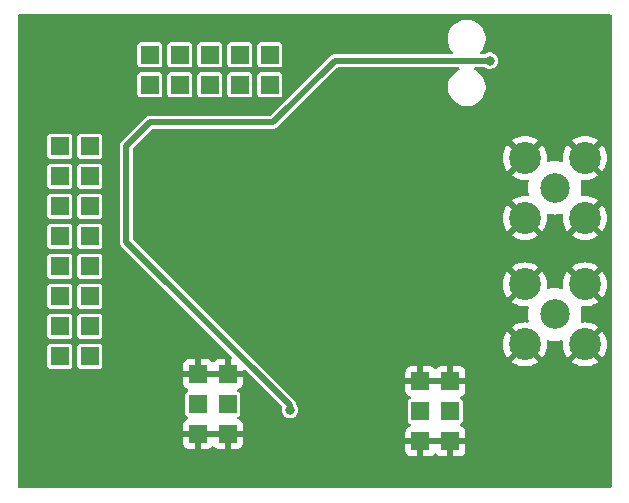
<source format=gbr>
%TF.GenerationSoftware,KiCad,Pcbnew,8.0.3+1*%
%TF.CreationDate,2024-07-23T21:20:40+00:00*%
%TF.ProjectId,ISM03,49534d30-332e-46b6-9963-61645f706362,rev?*%
%TF.SameCoordinates,Original*%
%TF.FileFunction,Copper,L1,Top*%
%TF.FilePolarity,Positive*%
%FSLAX46Y46*%
G04 Gerber Fmt 4.6, Leading zero omitted, Abs format (unit mm)*
G04 Created by KiCad (PCBNEW 8.0.3+1) date 2024-07-23 21:20:40*
%MOMM*%
%LPD*%
G01*
G04 APERTURE LIST*
%TA.AperFunction,ComponentPad*%
%ADD10R,1.524000X1.524000*%
%TD*%
%TA.AperFunction,ComponentPad*%
%ADD11C,6.000000*%
%TD*%
%TA.AperFunction,ComponentPad*%
%ADD12C,2.500000*%
%TD*%
%TA.AperFunction,ComponentPad*%
%ADD13C,2.700000*%
%TD*%
%TA.AperFunction,HeatsinkPad*%
%ADD14C,0.500000*%
%TD*%
%TA.AperFunction,HeatsinkPad*%
%ADD15R,2.600000X2.600000*%
%TD*%
%TA.AperFunction,ViaPad*%
%ADD16C,0.800000*%
%TD*%
%TA.AperFunction,Conductor*%
%ADD17C,0.500000*%
%TD*%
G04 APERTURE END LIST*
D10*
%TO.P,J17,1*%
%TO.N,/TXRAMP*%
X11430000Y16510000D03*
%TO.P,J17,2*%
X8890000Y16510000D03*
%TD*%
%TO.P,J1,1,2*%
%TO.N,GND*%
X20574000Y14986000D03*
%TO.P,J1,2,2*%
X23114000Y14986000D03*
%TO.P,J1,3,4*%
%TO.N,VCC*%
X20574000Y12446000D03*
%TO.P,J1,4,4*%
X23114000Y12446000D03*
%TO.P,J1,5,6*%
%TO.N,GND*%
X20574000Y9906000D03*
%TO.P,J1,6,6*%
X23114000Y9906000D03*
%TD*%
%TO.P,J4,1,2*%
%TO.N,GND*%
X39420800Y14376400D03*
%TO.P,J4,2,2*%
X41960800Y14376400D03*
%TO.P,J4,3,4*%
%TO.N,+3.3V*%
X39420800Y11836400D03*
%TO.P,J4,4,4*%
X41960800Y11836400D03*
%TO.P,J4,5,6*%
%TO.N,GND*%
X39420800Y9296400D03*
%TO.P,J4,6,6*%
X41960800Y9296400D03*
%TD*%
%TO.P,J13,1*%
%TO.N,/SCLK*%
X11430000Y26670000D03*
%TO.P,J13,2*%
X8890000Y26670000D03*
%TD*%
%TO.P,J14,1*%
%TO.N,/SDI*%
X11430000Y31750000D03*
%TO.P,J14,2*%
X8890000Y31750000D03*
%TD*%
%TO.P,J19,1*%
%TO.N,/nIRQ*%
X11430000Y24130000D03*
%TO.P,J19,2*%
X8890000Y24130000D03*
%TD*%
%TO.P,J20,1*%
%TO.N,/GPIO0*%
X11430000Y19050000D03*
%TO.P,J20,2*%
X8890000Y19050000D03*
%TD*%
%TO.P,J21,1*%
%TO.N,/GPIO1*%
X11430000Y21590000D03*
%TO.P,J21,2*%
X8890000Y21590000D03*
%TD*%
D11*
%TO.P,M1,1*%
%TO.N,GND*%
X10160000Y40640000D03*
%TD*%
%TO.P,M2,1*%
%TO.N,GND*%
X50800000Y40640000D03*
%TD*%
%TO.P,M3,1*%
%TO.N,GND*%
X10160000Y10160000D03*
%TD*%
%TO.P,M4,1*%
%TO.N,GND*%
X50800000Y10160000D03*
%TD*%
D12*
%TO.P,J3,1*%
%TO.N,Net-(C6-Pad2)*%
X50800000Y30760087D03*
D13*
%TO.P,J3,2*%
%TO.N,GND*%
X48260000Y33300087D03*
X48260000Y28220087D03*
X53340000Y33300087D03*
X53340000Y28220087D03*
%TD*%
D10*
%TO.P,J22,1*%
%TO.N,/GPIO2*%
X19050000Y39497000D03*
%TO.P,J22,2*%
X19050000Y42037000D03*
%TD*%
%TO.P,J16,1*%
%TO.N,/nSEL*%
X11430000Y34290000D03*
%TO.P,J16,2*%
X8890000Y34290000D03*
%TD*%
%TO.P,J15,1*%
%TO.N,/SDO*%
X11430000Y29210000D03*
%TO.P,J15,2*%
X8890000Y29210000D03*
%TD*%
%TO.P,J23,1*%
%TO.N,/GPIO3*%
X21590000Y39497000D03*
%TO.P,J23,2*%
X21590000Y42037000D03*
%TD*%
D12*
%TO.P,J2,1*%
%TO.N,Net-(J2-Pad1)*%
X50800000Y20039914D03*
D13*
%TO.P,J2,2*%
%TO.N,GND*%
X48260000Y22579914D03*
X48260000Y17499914D03*
X53340000Y22579914D03*
X53340000Y17499914D03*
%TD*%
D10*
%TO.P,J6,1*%
%TO.N,Net-(J6-Pad1)*%
X16510000Y39497000D03*
%TO.P,J6,2*%
X16510000Y42037000D03*
%TD*%
%TO.P,J7,1*%
%TO.N,Net-(J7-Pad1)*%
X24130000Y39497000D03*
%TO.P,J7,2*%
X24130000Y42037000D03*
%TD*%
%TO.P,J5,1*%
%TO.N,/SDN*%
X26670000Y39497689D03*
%TO.P,J5,2*%
X26670000Y42037689D03*
%TD*%
D14*
%TO.P,U2,21,GND*%
%TO.N,GND*%
X23265047Y25062000D03*
X23265047Y27162000D03*
D15*
X22215047Y26112000D03*
D14*
X21165047Y25062000D03*
X21165047Y27162000D03*
%TD*%
D16*
%TO.N,GND*%
X33147000Y14655800D03*
X33121600Y13360400D03*
X6502400Y28025725D03*
X46980047Y37083311D03*
X39649400Y22987000D03*
X30378400Y9677400D03*
X44602400Y22402800D03*
X39624000Y29413200D03*
X26314400Y17449800D03*
X45491400Y24612600D03*
X27457400Y17576800D03*
X22512445Y29405154D03*
X38074600Y35864800D03*
X43002200Y35763200D03*
X31902400Y14605000D03*
X31089600Y31267400D03*
X41148000Y32054800D03*
X21336000Y32156400D03*
X31394400Y9753600D03*
X6502400Y20720050D03*
X30581600Y35458400D03*
X6502400Y18284825D03*
X32004000Y20116800D03*
X34787276Y16749324D03*
X38735000Y27051000D03*
X33401000Y23037800D03*
X38100000Y29387800D03*
X44704000Y27432000D03*
X42164000Y18186400D03*
X28575000Y35331400D03*
X44297600Y32054800D03*
X6502400Y23155275D03*
X18846800Y18821400D03*
X41478200Y20777200D03*
X28143200Y33680400D03*
X43281600Y17221200D03*
X30505400Y23774400D03*
X33477200Y28575000D03*
X41122600Y19177000D03*
X30988000Y38684200D03*
X18948400Y29133800D03*
X30480000Y10718800D03*
X46278800Y26390600D03*
X40513000Y17043400D03*
X6502400Y35331400D03*
X44196000Y29286200D03*
X42697400Y24561800D03*
X28778200Y26949400D03*
X33909000Y26822400D03*
X38245308Y17185098D03*
X26035000Y30886400D03*
X30657800Y14655800D03*
X27482800Y16357600D03*
X18008600Y17678400D03*
X40259000Y26670000D03*
X20193000Y28143200D03*
X44526200Y18338800D03*
X36830000Y26949400D03*
X42849800Y29337000D03*
X35560000Y32461200D03*
X31953200Y13436600D03*
X39649400Y32105600D03*
X26187400Y32943800D03*
X32258000Y31750000D03*
X17602200Y15087600D03*
X35077400Y28625800D03*
X32054800Y37160200D03*
X37058600Y9601200D03*
X6502400Y30460950D03*
X35433001Y26822400D03*
X30632400Y13411200D03*
X35483800Y40411400D03*
X42799000Y32054800D03*
X14935200Y15113000D03*
X40665400Y21844000D03*
X33121600Y10795000D03*
X37007800Y14147800D03*
X29794200Y32232600D03*
X42926000Y27000200D03*
X31826200Y23825200D03*
X30784800Y18745200D03*
X38404800Y32054800D03*
X46075600Y18491200D03*
X24282400Y23952200D03*
X43688000Y23444200D03*
X50571400Y25476200D03*
X17399000Y20929600D03*
X6502400Y15849600D03*
X46101000Y32054800D03*
X6502400Y25590500D03*
X33731200Y32461200D03*
X36982400Y32054800D03*
X44551600Y14935200D03*
X41173400Y29337000D03*
X20193000Y29514800D03*
X38354000Y23876000D03*
X45745400Y29387800D03*
X28295600Y39141400D03*
X36576000Y23723600D03*
X20345400Y18821400D03*
X31699200Y10744200D03*
X20447000Y33528000D03*
X33858200Y34518600D03*
X36804600Y28829000D03*
X46278800Y14884400D03*
X17272000Y19075400D03*
X6502400Y32896175D03*
X32207200Y17170400D03*
%TO.N,+3.3V*%
X45288200Y41529000D03*
X28371800Y11951299D03*
%TD*%
D17*
%TO.N,GND*%
X31598371Y30112987D02*
X31613047Y30098311D01*
X34407047Y30098311D02*
X34534047Y29971311D01*
%TO.N,+3.3V*%
X14503400Y26212800D02*
X14503400Y34315400D01*
X32176312Y41529000D02*
X45288200Y41529000D01*
X28371800Y12344400D02*
X14503400Y26212800D01*
X28371800Y11951299D02*
X28371800Y12344400D01*
X14503400Y34315400D02*
X16510000Y36322000D01*
X16510000Y36322000D02*
X26969312Y36322000D01*
X26969312Y36322000D02*
X32176312Y41529000D01*
%TD*%
%TA.AperFunction,Conductor*%
%TO.N,GND*%
G36*
X41546592Y9467971D02*
G01*
X41516300Y9354920D01*
X41516300Y9237880D01*
X41546592Y9124829D01*
X41594182Y9042400D01*
X39787418Y9042400D01*
X39835008Y9124829D01*
X39865300Y9237880D01*
X39865300Y9354920D01*
X39835008Y9467971D01*
X39787418Y9550400D01*
X41594182Y9550400D01*
X41546592Y9467971D01*
G37*
%TD.AperFunction*%
%TA.AperFunction,Conductor*%
G36*
X41546592Y14547971D02*
G01*
X41516300Y14434920D01*
X41516300Y14317880D01*
X41546592Y14204829D01*
X41594182Y14122400D01*
X39787418Y14122400D01*
X39835008Y14204829D01*
X39865300Y14317880D01*
X39865300Y14434920D01*
X39835008Y14547971D01*
X39787418Y14630400D01*
X41594182Y14630400D01*
X41546592Y14547971D01*
G37*
%TD.AperFunction*%
%TA.AperFunction,Conductor*%
G36*
X22699792Y10077571D02*
G01*
X22669500Y9964520D01*
X22669500Y9847480D01*
X22699792Y9734429D01*
X22747382Y9652000D01*
X20940618Y9652000D01*
X20988208Y9734429D01*
X21018500Y9847480D01*
X21018500Y9964520D01*
X20988208Y10077571D01*
X20940618Y10160000D01*
X22747382Y10160000D01*
X22699792Y10077571D01*
G37*
%TD.AperFunction*%
%TA.AperFunction,Conductor*%
G36*
X22699792Y15157571D02*
G01*
X22669500Y15044520D01*
X22669500Y14927480D01*
X22699792Y14814429D01*
X22747382Y14732000D01*
X20940618Y14732000D01*
X20988208Y14814429D01*
X21018500Y14927480D01*
X21018500Y15044520D01*
X20988208Y15157571D01*
X20940618Y15240000D01*
X22747382Y15240000D01*
X22699792Y15157571D01*
G37*
%TD.AperFunction*%
%TA.AperFunction,Conductor*%
G36*
X55557621Y45435498D02*
G01*
X55604114Y45381842D01*
X55615500Y45329500D01*
X55615500Y5470500D01*
X55595498Y5402379D01*
X55541842Y5355886D01*
X55489500Y5344500D01*
X5470500Y5344500D01*
X5402379Y5364502D01*
X5355886Y5418158D01*
X5344500Y5470500D01*
X5344500Y17316871D01*
X7827500Y17316871D01*
X7827500Y15703141D01*
X7827501Y15703134D01*
X7830414Y15678010D01*
X7830416Y15678006D01*
X7875793Y15575235D01*
X7955232Y15495796D01*
X7955234Y15495795D01*
X7955235Y15495794D01*
X8058009Y15450415D01*
X8083135Y15447500D01*
X9696864Y15447501D01*
X9721991Y15450415D01*
X9824765Y15495794D01*
X9904206Y15575235D01*
X9949585Y15678009D01*
X9952500Y15703135D01*
X9952499Y17316864D01*
X9952498Y17316871D01*
X10367500Y17316871D01*
X10367500Y15703141D01*
X10367501Y15703134D01*
X10370414Y15678010D01*
X10370416Y15678006D01*
X10415793Y15575235D01*
X10495232Y15495796D01*
X10495234Y15495795D01*
X10495235Y15495794D01*
X10598009Y15450415D01*
X10623135Y15447500D01*
X12236864Y15447501D01*
X12261991Y15450415D01*
X12364765Y15495794D01*
X12444206Y15575235D01*
X12489585Y15678009D01*
X12492500Y15703135D01*
X12492499Y17316864D01*
X12489585Y17341991D01*
X12473872Y17377578D01*
X12444206Y17444766D01*
X12364767Y17524205D01*
X12364765Y17524206D01*
X12261989Y17569586D01*
X12261990Y17569586D01*
X12236868Y17572500D01*
X10623140Y17572500D01*
X10623133Y17572499D01*
X10598009Y17569586D01*
X10598005Y17569584D01*
X10495234Y17524207D01*
X10415795Y17444768D01*
X10415794Y17444766D01*
X10370414Y17341991D01*
X10367500Y17316871D01*
X9952498Y17316871D01*
X9949585Y17341991D01*
X9933872Y17377578D01*
X9904206Y17444766D01*
X9824767Y17524205D01*
X9824765Y17524206D01*
X9721989Y17569586D01*
X9721990Y17569586D01*
X9696868Y17572500D01*
X8083140Y17572500D01*
X8083133Y17572499D01*
X8058009Y17569586D01*
X8058005Y17569584D01*
X7955234Y17524207D01*
X7875795Y17444768D01*
X7875794Y17444766D01*
X7830414Y17341991D01*
X7827500Y17316871D01*
X5344500Y17316871D01*
X5344500Y19856871D01*
X7827500Y19856871D01*
X7827500Y18243141D01*
X7827501Y18243134D01*
X7830414Y18218010D01*
X7830416Y18218006D01*
X7875793Y18115235D01*
X7955232Y18035796D01*
X7955234Y18035795D01*
X7955235Y18035794D01*
X8058009Y17990415D01*
X8083135Y17987500D01*
X9696864Y17987501D01*
X9721991Y17990415D01*
X9824765Y18035794D01*
X9904206Y18115235D01*
X9949585Y18218009D01*
X9952500Y18243135D01*
X9952499Y19856864D01*
X9952498Y19856871D01*
X10367500Y19856871D01*
X10367500Y18243141D01*
X10367501Y18243134D01*
X10370414Y18218010D01*
X10370416Y18218006D01*
X10415793Y18115235D01*
X10495232Y18035796D01*
X10495234Y18035795D01*
X10495235Y18035794D01*
X10598009Y17990415D01*
X10623135Y17987500D01*
X12236864Y17987501D01*
X12261991Y17990415D01*
X12364765Y18035794D01*
X12444206Y18115235D01*
X12489585Y18218009D01*
X12492500Y18243135D01*
X12492499Y19856864D01*
X12489585Y19881991D01*
X12444206Y19984765D01*
X12444206Y19984766D01*
X12364767Y20064205D01*
X12364765Y20064206D01*
X12261989Y20109586D01*
X12261990Y20109586D01*
X12236868Y20112500D01*
X10623140Y20112500D01*
X10623133Y20112499D01*
X10598009Y20109586D01*
X10598005Y20109584D01*
X10495234Y20064207D01*
X10415795Y19984768D01*
X10415794Y19984766D01*
X10370414Y19881991D01*
X10367500Y19856871D01*
X9952498Y19856871D01*
X9949585Y19881991D01*
X9904206Y19984765D01*
X9904206Y19984766D01*
X9824767Y20064205D01*
X9824765Y20064206D01*
X9721989Y20109586D01*
X9721990Y20109586D01*
X9696868Y20112500D01*
X8083140Y20112500D01*
X8083133Y20112499D01*
X8058009Y20109586D01*
X8058005Y20109584D01*
X7955234Y20064207D01*
X7875795Y19984768D01*
X7875794Y19984766D01*
X7830414Y19881991D01*
X7827500Y19856871D01*
X5344500Y19856871D01*
X5344500Y22396871D01*
X7827500Y22396871D01*
X7827500Y20783141D01*
X7827501Y20783134D01*
X7830414Y20758010D01*
X7830416Y20758006D01*
X7875793Y20655235D01*
X7955232Y20575796D01*
X7955234Y20575795D01*
X7955235Y20575794D01*
X8058009Y20530415D01*
X8083135Y20527500D01*
X9696864Y20527501D01*
X9721991Y20530415D01*
X9824765Y20575794D01*
X9904206Y20655235D01*
X9949585Y20758009D01*
X9952500Y20783135D01*
X9952499Y22396864D01*
X9952498Y22396871D01*
X10367500Y22396871D01*
X10367500Y20783141D01*
X10367501Y20783134D01*
X10370414Y20758010D01*
X10370416Y20758006D01*
X10415793Y20655235D01*
X10495232Y20575796D01*
X10495234Y20575795D01*
X10495235Y20575794D01*
X10598009Y20530415D01*
X10623135Y20527500D01*
X12236864Y20527501D01*
X12261991Y20530415D01*
X12364765Y20575794D01*
X12444206Y20655235D01*
X12489585Y20758009D01*
X12492500Y20783135D01*
X12492499Y22396864D01*
X12489585Y22421991D01*
X12473872Y22457578D01*
X12444206Y22524766D01*
X12364767Y22604205D01*
X12364765Y22604206D01*
X12261989Y22649586D01*
X12261990Y22649586D01*
X12236868Y22652500D01*
X10623140Y22652500D01*
X10623133Y22652499D01*
X10598009Y22649586D01*
X10598005Y22649584D01*
X10495234Y22604207D01*
X10415795Y22524768D01*
X10415794Y22524766D01*
X10370414Y22421991D01*
X10367500Y22396871D01*
X9952498Y22396871D01*
X9949585Y22421991D01*
X9933872Y22457578D01*
X9904206Y22524766D01*
X9824767Y22604205D01*
X9824765Y22604206D01*
X9721989Y22649586D01*
X9721990Y22649586D01*
X9696868Y22652500D01*
X8083140Y22652500D01*
X8083133Y22652499D01*
X8058009Y22649586D01*
X8058005Y22649584D01*
X7955234Y22604207D01*
X7875795Y22524768D01*
X7875794Y22524766D01*
X7830414Y22421991D01*
X7827500Y22396871D01*
X5344500Y22396871D01*
X5344500Y24936871D01*
X7827500Y24936871D01*
X7827500Y23323141D01*
X7827501Y23323134D01*
X7830414Y23298010D01*
X7830416Y23298006D01*
X7875793Y23195235D01*
X7955232Y23115796D01*
X7955234Y23115795D01*
X7955235Y23115794D01*
X8058009Y23070415D01*
X8083135Y23067500D01*
X9696864Y23067501D01*
X9721991Y23070415D01*
X9824765Y23115794D01*
X9904206Y23195235D01*
X9949585Y23298009D01*
X9952500Y23323135D01*
X9952499Y24936864D01*
X9952498Y24936871D01*
X10367500Y24936871D01*
X10367500Y23323141D01*
X10367501Y23323134D01*
X10370414Y23298010D01*
X10370416Y23298006D01*
X10415793Y23195235D01*
X10495232Y23115796D01*
X10495234Y23115795D01*
X10495235Y23115794D01*
X10598009Y23070415D01*
X10623135Y23067500D01*
X12236864Y23067501D01*
X12261991Y23070415D01*
X12364765Y23115794D01*
X12444206Y23195235D01*
X12489585Y23298009D01*
X12492500Y23323135D01*
X12492499Y24936864D01*
X12489585Y24961991D01*
X12444206Y25064765D01*
X12444206Y25064766D01*
X12364767Y25144205D01*
X12364765Y25144206D01*
X12261989Y25189586D01*
X12261990Y25189586D01*
X12236868Y25192500D01*
X10623140Y25192500D01*
X10623133Y25192499D01*
X10598009Y25189586D01*
X10598005Y25189584D01*
X10495234Y25144207D01*
X10415795Y25064768D01*
X10415794Y25064766D01*
X10370414Y24961991D01*
X10367500Y24936871D01*
X9952498Y24936871D01*
X9949585Y24961991D01*
X9904206Y25064765D01*
X9904206Y25064766D01*
X9824767Y25144205D01*
X9824765Y25144206D01*
X9721989Y25189586D01*
X9721990Y25189586D01*
X9696868Y25192500D01*
X8083140Y25192500D01*
X8083133Y25192499D01*
X8058009Y25189586D01*
X8058005Y25189584D01*
X7955234Y25144207D01*
X7875795Y25064768D01*
X7875794Y25064766D01*
X7830414Y24961991D01*
X7827500Y24936871D01*
X5344500Y24936871D01*
X5344500Y27476871D01*
X7827500Y27476871D01*
X7827500Y25863141D01*
X7827501Y25863134D01*
X7830414Y25838010D01*
X7830416Y25838006D01*
X7875793Y25735235D01*
X7955232Y25655796D01*
X7955234Y25655795D01*
X7955235Y25655794D01*
X8058009Y25610415D01*
X8083135Y25607500D01*
X9696864Y25607501D01*
X9721991Y25610415D01*
X9824765Y25655794D01*
X9904206Y25735235D01*
X9949585Y25838009D01*
X9952500Y25863135D01*
X9952499Y27476864D01*
X9952498Y27476871D01*
X10367500Y27476871D01*
X10367500Y25863141D01*
X10367501Y25863134D01*
X10370414Y25838010D01*
X10370416Y25838006D01*
X10415793Y25735235D01*
X10495232Y25655796D01*
X10495234Y25655795D01*
X10495235Y25655794D01*
X10598009Y25610415D01*
X10623135Y25607500D01*
X12236864Y25607501D01*
X12261991Y25610415D01*
X12364765Y25655794D01*
X12444206Y25735235D01*
X12489585Y25838009D01*
X12492500Y25863135D01*
X12492500Y26140328D01*
X13952899Y26140328D01*
X13990417Y26000311D01*
X14062887Y25874789D01*
X14062895Y25874779D01*
X23466580Y16471095D01*
X23500606Y16408783D01*
X23495541Y16337968D01*
X23452994Y16281132D01*
X23386474Y16256321D01*
X23377485Y16256000D01*
X23368000Y16256000D01*
X23368000Y15352619D01*
X23285571Y15400208D01*
X23172520Y15430500D01*
X23055480Y15430500D01*
X22942429Y15400208D01*
X22860000Y15352619D01*
X22860000Y16256000D01*
X22303402Y16256000D01*
X22242906Y16249495D01*
X22106035Y16198445D01*
X22106034Y16198445D01*
X21989097Y16110906D01*
X21944868Y16051823D01*
X21888031Y16009277D01*
X21817216Y16004213D01*
X21754904Y16038238D01*
X21743132Y16051823D01*
X21698902Y16110906D01*
X21581965Y16198445D01*
X21445093Y16249495D01*
X21384597Y16256000D01*
X20828000Y16256000D01*
X20828000Y15352619D01*
X20745571Y15400208D01*
X20632520Y15430500D01*
X20515480Y15430500D01*
X20402429Y15400208D01*
X20320000Y15352619D01*
X20320000Y16256000D01*
X19763402Y16256000D01*
X19702906Y16249495D01*
X19566035Y16198445D01*
X19566034Y16198445D01*
X19449095Y16110905D01*
X19361555Y15993966D01*
X19361555Y15993965D01*
X19310505Y15857094D01*
X19304000Y15796598D01*
X19304000Y15240000D01*
X20207382Y15240000D01*
X20159792Y15157571D01*
X20129500Y15044520D01*
X20129500Y14927480D01*
X20159792Y14814429D01*
X20207382Y14732000D01*
X19304000Y14732000D01*
X19304000Y14175403D01*
X19310505Y14114907D01*
X19361555Y13978036D01*
X19361555Y13978035D01*
X19449095Y13861096D01*
X19566034Y13773556D01*
X19700249Y13723497D01*
X19757085Y13680950D01*
X19781896Y13614430D01*
X19766805Y13545056D01*
X19716603Y13494854D01*
X19707112Y13490177D01*
X19639233Y13460206D01*
X19559795Y13380768D01*
X19559794Y13380766D01*
X19514414Y13277991D01*
X19511500Y13252871D01*
X19511500Y11639141D01*
X19511501Y11639134D01*
X19514414Y11614010D01*
X19514416Y11614006D01*
X19559793Y11511235D01*
X19639232Y11431796D01*
X19639234Y11431795D01*
X19639235Y11431794D01*
X19707111Y11401824D01*
X19761348Y11356011D01*
X19782207Y11288148D01*
X19763065Y11219781D01*
X19710000Y11172615D01*
X19700250Y11168504D01*
X19566033Y11118444D01*
X19449095Y11030905D01*
X19361555Y10913966D01*
X19361555Y10913965D01*
X19310505Y10777094D01*
X19304000Y10716598D01*
X19304000Y10160000D01*
X20207382Y10160000D01*
X20159792Y10077571D01*
X20129500Y9964520D01*
X20129500Y9847480D01*
X20159792Y9734429D01*
X20207382Y9652000D01*
X19304000Y9652000D01*
X19304000Y9095403D01*
X19310505Y9034907D01*
X19361555Y8898036D01*
X19361555Y8898035D01*
X19449095Y8781096D01*
X19566034Y8693556D01*
X19702906Y8642506D01*
X19763402Y8636001D01*
X19763415Y8636000D01*
X20320000Y8636000D01*
X20320000Y9539382D01*
X20402429Y9491792D01*
X20515480Y9461500D01*
X20632520Y9461500D01*
X20745571Y9491792D01*
X20828000Y9539382D01*
X20828000Y8636000D01*
X21384585Y8636000D01*
X21384597Y8636001D01*
X21445093Y8642506D01*
X21581964Y8693556D01*
X21581965Y8693556D01*
X21698904Y8781096D01*
X21743132Y8840177D01*
X21799968Y8882724D01*
X21870783Y8887788D01*
X21933096Y8853763D01*
X21944868Y8840177D01*
X21989095Y8781096D01*
X22106034Y8693556D01*
X22242906Y8642506D01*
X22303402Y8636001D01*
X22303415Y8636000D01*
X22860000Y8636000D01*
X22860000Y9539382D01*
X22942429Y9491792D01*
X23055480Y9461500D01*
X23172520Y9461500D01*
X23285571Y9491792D01*
X23368000Y9539382D01*
X23368000Y8636000D01*
X23924585Y8636000D01*
X23924597Y8636001D01*
X23985093Y8642506D01*
X24121964Y8693556D01*
X24121965Y8693556D01*
X24238904Y8781096D01*
X24326444Y8898035D01*
X24326444Y8898036D01*
X24377494Y9034907D01*
X24383999Y9095403D01*
X24384000Y9095415D01*
X24384000Y9652000D01*
X23480618Y9652000D01*
X23528208Y9734429D01*
X23558500Y9847480D01*
X23558500Y9964520D01*
X23528208Y10077571D01*
X23480618Y10160000D01*
X24384000Y10160000D01*
X24384000Y10716586D01*
X24383999Y10716598D01*
X24377494Y10777094D01*
X24326444Y10913965D01*
X24326444Y10913966D01*
X24238904Y11030905D01*
X24121966Y11118444D01*
X23987749Y11168504D01*
X23930914Y11211051D01*
X23906103Y11277571D01*
X23921194Y11346945D01*
X23971397Y11397148D01*
X23980889Y11401824D01*
X24048763Y11431793D01*
X24048763Y11431794D01*
X24048765Y11431794D01*
X24128206Y11511235D01*
X24173585Y11614009D01*
X24176500Y11639135D01*
X24176499Y13252864D01*
X24173585Y13277991D01*
X24138175Y13358188D01*
X24128206Y13380766D01*
X24048765Y13460207D01*
X23980888Y13490177D01*
X23926651Y13535990D01*
X23905792Y13603854D01*
X23924934Y13672221D01*
X23978000Y13719386D01*
X23987750Y13723497D01*
X24121965Y13773556D01*
X24238904Y13861096D01*
X24326444Y13978035D01*
X24326444Y13978036D01*
X24377494Y14114907D01*
X24383999Y14175403D01*
X24384000Y14175415D01*
X24384000Y14732000D01*
X23480618Y14732000D01*
X23528208Y14814429D01*
X23558500Y14927480D01*
X23558500Y15044520D01*
X23528208Y15157571D01*
X23480618Y15240000D01*
X24384000Y15240000D01*
X24384000Y15249485D01*
X24404002Y15317606D01*
X24457658Y15364099D01*
X24527932Y15374203D01*
X24592512Y15344709D01*
X24599095Y15338580D01*
X27665032Y12272643D01*
X27699058Y12210331D01*
X27693993Y12139516D01*
X27693752Y12138875D01*
X27686659Y12120170D01*
X27666155Y11951302D01*
X27666155Y11951297D01*
X27686659Y11782428D01*
X27746979Y11623374D01*
X27746981Y11623370D01*
X27843616Y11483371D01*
X27843618Y11483369D01*
X27935663Y11401824D01*
X27970948Y11370565D01*
X28121575Y11291509D01*
X28121576Y11291509D01*
X28121578Y11291508D01*
X28178124Y11277571D01*
X28286744Y11250799D01*
X28286747Y11250799D01*
X28456853Y11250799D01*
X28456856Y11250799D01*
X28622025Y11291509D01*
X28772652Y11370565D01*
X28899983Y11483370D01*
X28996618Y11623369D01*
X29002600Y11639141D01*
X29056940Y11782428D01*
X29077445Y11951297D01*
X29077445Y11951302D01*
X29056940Y12120171D01*
X29020962Y12215038D01*
X28996618Y12279229D01*
X28944436Y12354827D01*
X28923209Y12409963D01*
X28922300Y12416870D01*
X28922300Y12416875D01*
X28884784Y12556885D01*
X28884781Y12556891D01*
X28870630Y12581401D01*
X28851190Y12615072D01*
X28812310Y12682415D01*
X28812305Y12682420D01*
X28812303Y12682423D01*
X26307728Y15186998D01*
X38150800Y15186998D01*
X38150800Y14630400D01*
X39054182Y14630400D01*
X39006592Y14547971D01*
X38976300Y14434920D01*
X38976300Y14317880D01*
X39006592Y14204829D01*
X39054182Y14122400D01*
X38150800Y14122400D01*
X38150800Y13565803D01*
X38157305Y13505307D01*
X38208355Y13368436D01*
X38208355Y13368435D01*
X38295895Y13251496D01*
X38412834Y13163956D01*
X38547049Y13113897D01*
X38603885Y13071350D01*
X38628696Y13004830D01*
X38613605Y12935456D01*
X38563403Y12885254D01*
X38553912Y12880577D01*
X38486033Y12850606D01*
X38406595Y12771168D01*
X38406594Y12771166D01*
X38361214Y12668391D01*
X38358300Y12643271D01*
X38358300Y11029541D01*
X38358301Y11029534D01*
X38361214Y11004410D01*
X38361216Y11004406D01*
X38406593Y10901635D01*
X38486032Y10822196D01*
X38486034Y10822195D01*
X38486035Y10822194D01*
X38553911Y10792224D01*
X38608148Y10746411D01*
X38629007Y10678548D01*
X38609865Y10610181D01*
X38556800Y10563015D01*
X38547050Y10558904D01*
X38412833Y10508844D01*
X38295895Y10421305D01*
X38208355Y10304366D01*
X38208355Y10304365D01*
X38157305Y10167494D01*
X38150800Y10106998D01*
X38150800Y9550400D01*
X39054182Y9550400D01*
X39006592Y9467971D01*
X38976300Y9354920D01*
X38976300Y9237880D01*
X39006592Y9124829D01*
X39054182Y9042400D01*
X38150800Y9042400D01*
X38150800Y8485803D01*
X38157305Y8425307D01*
X38208355Y8288436D01*
X38208355Y8288435D01*
X38295895Y8171496D01*
X38412834Y8083956D01*
X38549706Y8032906D01*
X38610202Y8026401D01*
X38610215Y8026400D01*
X39166800Y8026400D01*
X39166800Y8929782D01*
X39249229Y8882192D01*
X39362280Y8851900D01*
X39479320Y8851900D01*
X39592371Y8882192D01*
X39674800Y8929782D01*
X39674800Y8026400D01*
X40231385Y8026400D01*
X40231397Y8026401D01*
X40291893Y8032906D01*
X40428764Y8083956D01*
X40428765Y8083956D01*
X40545704Y8171496D01*
X40589932Y8230577D01*
X40646768Y8273124D01*
X40717583Y8278188D01*
X40779896Y8244163D01*
X40791668Y8230577D01*
X40835895Y8171496D01*
X40952834Y8083956D01*
X41089706Y8032906D01*
X41150202Y8026401D01*
X41150215Y8026400D01*
X41706800Y8026400D01*
X41706800Y8929782D01*
X41789229Y8882192D01*
X41902280Y8851900D01*
X42019320Y8851900D01*
X42132371Y8882192D01*
X42214800Y8929782D01*
X42214800Y8026400D01*
X42771385Y8026400D01*
X42771397Y8026401D01*
X42831893Y8032906D01*
X42968764Y8083956D01*
X42968765Y8083956D01*
X43085704Y8171496D01*
X43173244Y8288435D01*
X43173244Y8288436D01*
X43224294Y8425307D01*
X43230799Y8485803D01*
X43230800Y8485815D01*
X43230800Y9042400D01*
X42327418Y9042400D01*
X42375008Y9124829D01*
X42405300Y9237880D01*
X42405300Y9354920D01*
X42375008Y9467971D01*
X42327418Y9550400D01*
X43230800Y9550400D01*
X43230800Y10106986D01*
X43230799Y10106998D01*
X43224294Y10167494D01*
X43173244Y10304365D01*
X43173244Y10304366D01*
X43085704Y10421305D01*
X42968766Y10508844D01*
X42834549Y10558904D01*
X42777714Y10601451D01*
X42752903Y10667971D01*
X42767994Y10737345D01*
X42818197Y10787548D01*
X42827689Y10792224D01*
X42895563Y10822193D01*
X42895563Y10822194D01*
X42895565Y10822194D01*
X42975006Y10901635D01*
X43020385Y11004409D01*
X43023300Y11029535D01*
X43023299Y12643264D01*
X43020385Y12668391D01*
X42975006Y12771165D01*
X42975006Y12771166D01*
X42895565Y12850607D01*
X42827688Y12880577D01*
X42773451Y12926390D01*
X42752592Y12994254D01*
X42771734Y13062621D01*
X42824800Y13109786D01*
X42834550Y13113897D01*
X42968765Y13163956D01*
X43085704Y13251496D01*
X43173244Y13368435D01*
X43173244Y13368436D01*
X43224294Y13505307D01*
X43230799Y13565803D01*
X43230800Y13565815D01*
X43230800Y14122400D01*
X42327418Y14122400D01*
X42375008Y14204829D01*
X42405300Y14317880D01*
X42405300Y14434920D01*
X42375008Y14547971D01*
X42327418Y14630400D01*
X43230800Y14630400D01*
X43230800Y15186986D01*
X43230799Y15186998D01*
X43224294Y15247494D01*
X43173244Y15384365D01*
X43173244Y15384366D01*
X43085704Y15501305D01*
X42968765Y15588845D01*
X42831893Y15639895D01*
X42771397Y15646400D01*
X42214800Y15646400D01*
X42214800Y14743019D01*
X42132371Y14790608D01*
X42019320Y14820900D01*
X41902280Y14820900D01*
X41789229Y14790608D01*
X41706800Y14743019D01*
X41706800Y15646400D01*
X41150202Y15646400D01*
X41089706Y15639895D01*
X40952835Y15588845D01*
X40952834Y15588845D01*
X40835897Y15501306D01*
X40791668Y15442223D01*
X40734831Y15399677D01*
X40664016Y15394613D01*
X40601704Y15428638D01*
X40589932Y15442223D01*
X40545702Y15501306D01*
X40428765Y15588845D01*
X40291893Y15639895D01*
X40231397Y15646400D01*
X39674800Y15646400D01*
X39674800Y14743019D01*
X39592371Y14790608D01*
X39479320Y14820900D01*
X39362280Y14820900D01*
X39249229Y14790608D01*
X39166800Y14743019D01*
X39166800Y15646400D01*
X38610202Y15646400D01*
X38549706Y15639895D01*
X38412835Y15588845D01*
X38412834Y15588845D01*
X38295895Y15501305D01*
X38208355Y15384366D01*
X38208355Y15384365D01*
X38157305Y15247494D01*
X38150800Y15186998D01*
X26307728Y15186998D01*
X18914812Y22579914D01*
X46397254Y22579914D01*
X46416213Y22314822D01*
X46472707Y22055121D01*
X46565587Y21806100D01*
X46692958Y21572838D01*
X46778903Y21458029D01*
X46778903Y21458028D01*
X47504228Y22183353D01*
X47506740Y22177288D01*
X47599762Y22038070D01*
X47718156Y21919676D01*
X47857374Y21826654D01*
X47863438Y21824143D01*
X47138113Y21098818D01*
X47252919Y21012875D01*
X47486185Y20885502D01*
X47735206Y20792622D01*
X47994907Y20736128D01*
X48259999Y20717169D01*
X48480808Y20732961D01*
X48550182Y20717870D01*
X48600384Y20667668D01*
X48615476Y20598294D01*
X48613376Y20582701D01*
X48563968Y20334308D01*
X48563965Y20334290D01*
X48544671Y20039918D01*
X48544671Y20039911D01*
X48563965Y19745539D01*
X48563968Y19745521D01*
X48613376Y19497128D01*
X48607048Y19426414D01*
X48563493Y19370347D01*
X48496541Y19346728D01*
X48480809Y19346868D01*
X48260000Y19362660D01*
X47994907Y19343701D01*
X47735206Y19287207D01*
X47486185Y19194327D01*
X47252924Y19066957D01*
X47138113Y18981012D01*
X47138112Y18981011D01*
X47863437Y18255686D01*
X47857374Y18253174D01*
X47718156Y18160152D01*
X47599762Y18041758D01*
X47506740Y17902540D01*
X47504228Y17896477D01*
X46778903Y18621802D01*
X46778902Y18621801D01*
X46692957Y18506990D01*
X46565587Y18273729D01*
X46472707Y18024708D01*
X46416213Y17765007D01*
X46397254Y17499914D01*
X46416213Y17234822D01*
X46472707Y16975121D01*
X46565587Y16726100D01*
X46692958Y16492838D01*
X46778903Y16378029D01*
X46778903Y16378028D01*
X47504228Y17103353D01*
X47506740Y17097288D01*
X47599762Y16958070D01*
X47718156Y16839676D01*
X47857374Y16746654D01*
X47863436Y16744143D01*
X47138112Y16018819D01*
X47138113Y16018818D01*
X47252919Y15932875D01*
X47486185Y15805502D01*
X47735206Y15712622D01*
X47994907Y15656128D01*
X48260000Y15637169D01*
X48525092Y15656128D01*
X48784793Y15712622D01*
X49033814Y15805502D01*
X49267076Y15932872D01*
X49381885Y16018819D01*
X49381886Y16018819D01*
X48656562Y16744143D01*
X48662626Y16746654D01*
X48801844Y16839676D01*
X48920238Y16958070D01*
X49013260Y17097288D01*
X49015771Y17103352D01*
X49741095Y16378028D01*
X49741095Y16378029D01*
X49827042Y16492838D01*
X49954412Y16726100D01*
X50047292Y16975121D01*
X50103786Y17234822D01*
X50122745Y17499914D01*
X50106953Y17720723D01*
X50122044Y17790097D01*
X50172246Y17840299D01*
X50241621Y17855391D01*
X50257207Y17853292D01*
X50505620Y17803880D01*
X50673837Y17792855D01*
X50799997Y17784585D01*
X50800000Y17784585D01*
X50800003Y17784585D01*
X50910392Y17791821D01*
X51094380Y17803880D01*
X51342787Y17853291D01*
X51413499Y17846963D01*
X51469567Y17803409D01*
X51493186Y17736456D01*
X51493046Y17720724D01*
X51477254Y17499915D01*
X51496213Y17234822D01*
X51552707Y16975121D01*
X51645587Y16726100D01*
X51772958Y16492838D01*
X51858903Y16378029D01*
X51858903Y16378028D01*
X52584227Y17103353D01*
X52586740Y17097288D01*
X52679762Y16958070D01*
X52798156Y16839676D01*
X52937374Y16746654D01*
X52943436Y16744143D01*
X52218112Y16018819D01*
X52218113Y16018818D01*
X52332919Y15932875D01*
X52566185Y15805502D01*
X52815206Y15712622D01*
X53074907Y15656128D01*
X53340000Y15637169D01*
X53605092Y15656128D01*
X53864793Y15712622D01*
X54113814Y15805502D01*
X54347076Y15932872D01*
X54461885Y16018819D01*
X54461886Y16018819D01*
X53736562Y16744143D01*
X53742626Y16746654D01*
X53881844Y16839676D01*
X54000238Y16958070D01*
X54093260Y17097288D01*
X54095771Y17103352D01*
X54821095Y16378028D01*
X54821095Y16378029D01*
X54907042Y16492838D01*
X55034412Y16726100D01*
X55127292Y16975121D01*
X55183786Y17234822D01*
X55202745Y17499914D01*
X55183786Y17765007D01*
X55127292Y18024708D01*
X55034412Y18273729D01*
X54907039Y18506995D01*
X54821096Y18621801D01*
X54821095Y18621802D01*
X54095771Y17896478D01*
X54093260Y17902540D01*
X54000238Y18041758D01*
X53881844Y18160152D01*
X53742626Y18253174D01*
X53736561Y18255687D01*
X54461886Y18981011D01*
X54347076Y19066956D01*
X54113814Y19194327D01*
X53864793Y19287207D01*
X53605092Y19343701D01*
X53339999Y19362660D01*
X53119190Y19346868D01*
X53049816Y19361960D01*
X52999614Y19412162D01*
X52984523Y19481536D01*
X52986621Y19497117D01*
X53036034Y19745534D01*
X53051714Y19984766D01*
X53055329Y20039911D01*
X53055329Y20039918D01*
X53036034Y20334290D01*
X53036034Y20334294D01*
X52986623Y20582703D01*
X52992951Y20653415D01*
X53036505Y20709482D01*
X53103458Y20733101D01*
X53119191Y20732961D01*
X53340000Y20717169D01*
X53605092Y20736128D01*
X53864793Y20792622D01*
X54113814Y20885502D01*
X54347076Y21012872D01*
X54461885Y21098819D01*
X54461886Y21098819D01*
X53736562Y21824143D01*
X53742626Y21826654D01*
X53881844Y21919676D01*
X54000238Y22038070D01*
X54093260Y22177288D01*
X54095771Y22183352D01*
X54821095Y21458028D01*
X54821095Y21458029D01*
X54907042Y21572838D01*
X55034412Y21806100D01*
X55127292Y22055121D01*
X55183786Y22314822D01*
X55202745Y22579914D01*
X55183786Y22845007D01*
X55127292Y23104708D01*
X55034412Y23353729D01*
X54907039Y23586995D01*
X54821096Y23701801D01*
X54821095Y23701802D01*
X54095771Y22976478D01*
X54093260Y22982540D01*
X54000238Y23121758D01*
X53881844Y23240152D01*
X53742626Y23333174D01*
X53736562Y23335686D01*
X54461886Y24061011D01*
X54347076Y24146956D01*
X54113814Y24274327D01*
X53864793Y24367207D01*
X53605092Y24423701D01*
X53340000Y24442660D01*
X53074907Y24423701D01*
X52815206Y24367207D01*
X52566185Y24274327D01*
X52332924Y24146957D01*
X52218113Y24061012D01*
X52218112Y24061011D01*
X52943437Y23335686D01*
X52937374Y23333174D01*
X52798156Y23240152D01*
X52679762Y23121758D01*
X52586740Y22982540D01*
X52584228Y22976477D01*
X51858903Y23701802D01*
X51858902Y23701801D01*
X51772957Y23586990D01*
X51645587Y23353729D01*
X51552707Y23104708D01*
X51496213Y22845007D01*
X51477254Y22579914D01*
X51493046Y22359105D01*
X51477954Y22289731D01*
X51427752Y22239529D01*
X51358378Y22224438D01*
X51342786Y22226538D01*
X51094393Y22275946D01*
X51094375Y22275949D01*
X50800003Y22295243D01*
X50799997Y22295243D01*
X50505624Y22275949D01*
X50505606Y22275946D01*
X50257213Y22226538D01*
X50186499Y22232866D01*
X50130432Y22276421D01*
X50106813Y22343373D01*
X50106953Y22359106D01*
X50122745Y22579915D01*
X50103786Y22845007D01*
X50047292Y23104708D01*
X49954412Y23353729D01*
X49827039Y23586995D01*
X49741096Y23701801D01*
X49015771Y22976476D01*
X49013260Y22982540D01*
X48920238Y23121758D01*
X48801844Y23240152D01*
X48662626Y23333174D01*
X48656562Y23335686D01*
X49381886Y24061011D01*
X49267076Y24146956D01*
X49033814Y24274327D01*
X48784793Y24367207D01*
X48525092Y24423701D01*
X48260000Y24442660D01*
X47994907Y24423701D01*
X47735206Y24367207D01*
X47486185Y24274327D01*
X47252924Y24146957D01*
X47138113Y24061012D01*
X47138112Y24061011D01*
X47863437Y23335686D01*
X47857374Y23333174D01*
X47718156Y23240152D01*
X47599762Y23121758D01*
X47506740Y22982540D01*
X47504228Y22976477D01*
X46778903Y23701802D01*
X46778902Y23701801D01*
X46692957Y23586990D01*
X46565587Y23353729D01*
X46472707Y23104708D01*
X46416213Y22845007D01*
X46397254Y22579914D01*
X18914812Y22579914D01*
X15090805Y26403921D01*
X15056779Y26466233D01*
X15053900Y26493016D01*
X15053900Y33300087D01*
X46397254Y33300087D01*
X46416213Y33034995D01*
X46472707Y32775294D01*
X46565587Y32526273D01*
X46692958Y32293011D01*
X46778903Y32178202D01*
X46778903Y32178201D01*
X47504228Y32903526D01*
X47506740Y32897461D01*
X47599762Y32758243D01*
X47718156Y32639849D01*
X47857374Y32546827D01*
X47863438Y32544316D01*
X47138113Y31818991D01*
X47252919Y31733048D01*
X47486185Y31605675D01*
X47735206Y31512795D01*
X47994907Y31456301D01*
X48259999Y31437342D01*
X48480808Y31453134D01*
X48550182Y31438043D01*
X48600384Y31387841D01*
X48615476Y31318467D01*
X48613376Y31302874D01*
X48563968Y31054481D01*
X48563965Y31054463D01*
X48544671Y30760091D01*
X48544671Y30760084D01*
X48563965Y30465712D01*
X48563968Y30465694D01*
X48613376Y30217301D01*
X48607048Y30146587D01*
X48563493Y30090520D01*
X48496541Y30066901D01*
X48480809Y30067041D01*
X48260000Y30082833D01*
X47994907Y30063874D01*
X47735206Y30007380D01*
X47486185Y29914500D01*
X47252924Y29787130D01*
X47138113Y29701185D01*
X47138112Y29701184D01*
X47863437Y28975859D01*
X47857374Y28973347D01*
X47718156Y28880325D01*
X47599762Y28761931D01*
X47506740Y28622713D01*
X47504228Y28616650D01*
X46778903Y29341975D01*
X46778902Y29341974D01*
X46692957Y29227163D01*
X46565587Y28993902D01*
X46472707Y28744881D01*
X46416213Y28485180D01*
X46397254Y28220087D01*
X46416213Y27954995D01*
X46472707Y27695294D01*
X46565587Y27446273D01*
X46692958Y27213011D01*
X46778903Y27098202D01*
X46778903Y27098201D01*
X47504228Y27823526D01*
X47506740Y27817461D01*
X47599762Y27678243D01*
X47718156Y27559849D01*
X47857374Y27466827D01*
X47863436Y27464316D01*
X47138112Y26738992D01*
X47138113Y26738991D01*
X47252919Y26653048D01*
X47486185Y26525675D01*
X47735206Y26432795D01*
X47994907Y26376301D01*
X48260000Y26357342D01*
X48525092Y26376301D01*
X48784793Y26432795D01*
X49033814Y26525675D01*
X49267076Y26653045D01*
X49381885Y26738992D01*
X49381886Y26738992D01*
X48656562Y27464316D01*
X48662626Y27466827D01*
X48801844Y27559849D01*
X48920238Y27678243D01*
X49013260Y27817461D01*
X49015771Y27823525D01*
X49741095Y27098201D01*
X49741095Y27098202D01*
X49827042Y27213011D01*
X49954412Y27446273D01*
X50047292Y27695294D01*
X50103786Y27954995D01*
X50122745Y28220087D01*
X50106953Y28440896D01*
X50122044Y28510270D01*
X50172246Y28560472D01*
X50241621Y28575564D01*
X50257207Y28573465D01*
X50505620Y28524053D01*
X50673837Y28513028D01*
X50799997Y28504758D01*
X50800000Y28504758D01*
X50800003Y28504758D01*
X50910392Y28511994D01*
X51094380Y28524053D01*
X51342787Y28573464D01*
X51413499Y28567136D01*
X51469567Y28523582D01*
X51493186Y28456629D01*
X51493046Y28440897D01*
X51477254Y28220088D01*
X51496213Y27954995D01*
X51552707Y27695294D01*
X51645587Y27446273D01*
X51772958Y27213011D01*
X51858903Y27098202D01*
X51858903Y27098201D01*
X52584227Y27823526D01*
X52586740Y27817461D01*
X52679762Y27678243D01*
X52798156Y27559849D01*
X52937374Y27466827D01*
X52943436Y27464316D01*
X52218112Y26738992D01*
X52218113Y26738991D01*
X52332919Y26653048D01*
X52566185Y26525675D01*
X52815206Y26432795D01*
X53074907Y26376301D01*
X53340000Y26357342D01*
X53605092Y26376301D01*
X53864793Y26432795D01*
X54113814Y26525675D01*
X54347076Y26653045D01*
X54461885Y26738992D01*
X54461886Y26738992D01*
X53736562Y27464316D01*
X53742626Y27466827D01*
X53881844Y27559849D01*
X54000238Y27678243D01*
X54093260Y27817461D01*
X54095771Y27823525D01*
X54821095Y27098201D01*
X54821095Y27098202D01*
X54907042Y27213011D01*
X55034412Y27446273D01*
X55127292Y27695294D01*
X55183786Y27954995D01*
X55202745Y28220087D01*
X55183786Y28485180D01*
X55127292Y28744881D01*
X55034412Y28993902D01*
X54907039Y29227168D01*
X54821096Y29341974D01*
X54821095Y29341975D01*
X54095771Y28616651D01*
X54093260Y28622713D01*
X54000238Y28761931D01*
X53881844Y28880325D01*
X53742626Y28973347D01*
X53736561Y28975860D01*
X54461886Y29701184D01*
X54347076Y29787129D01*
X54113814Y29914500D01*
X53864793Y30007380D01*
X53605092Y30063874D01*
X53339999Y30082833D01*
X53119190Y30067041D01*
X53049816Y30082133D01*
X52999614Y30132335D01*
X52984523Y30201709D01*
X52986621Y30217290D01*
X53036034Y30465707D01*
X53050571Y30687501D01*
X53055329Y30760084D01*
X53055329Y30760091D01*
X53044978Y30918010D01*
X53036034Y31054467D01*
X52986623Y31302876D01*
X52992951Y31373588D01*
X53036505Y31429655D01*
X53103458Y31453274D01*
X53119191Y31453134D01*
X53340000Y31437342D01*
X53605092Y31456301D01*
X53864793Y31512795D01*
X54113814Y31605675D01*
X54347076Y31733045D01*
X54461885Y31818992D01*
X54461886Y31818992D01*
X53736562Y32544316D01*
X53742626Y32546827D01*
X53881844Y32639849D01*
X54000238Y32758243D01*
X54093260Y32897461D01*
X54095771Y32903525D01*
X54821095Y32178201D01*
X54821095Y32178202D01*
X54907042Y32293011D01*
X55034412Y32526273D01*
X55127292Y32775294D01*
X55183786Y33034995D01*
X55202745Y33300087D01*
X55183786Y33565180D01*
X55127292Y33824881D01*
X55034412Y34073902D01*
X54907039Y34307168D01*
X54821096Y34421974D01*
X54821095Y34421975D01*
X54095771Y33696651D01*
X54093260Y33702713D01*
X54000238Y33841931D01*
X53881844Y33960325D01*
X53742626Y34053347D01*
X53736562Y34055859D01*
X54461886Y34781184D01*
X54347076Y34867129D01*
X54113814Y34994500D01*
X53864793Y35087380D01*
X53605092Y35143874D01*
X53340000Y35162833D01*
X53074907Y35143874D01*
X52815206Y35087380D01*
X52566185Y34994500D01*
X52332924Y34867130D01*
X52218113Y34781185D01*
X52218112Y34781184D01*
X52943437Y34055859D01*
X52937374Y34053347D01*
X52798156Y33960325D01*
X52679762Y33841931D01*
X52586740Y33702713D01*
X52584228Y33696650D01*
X51858903Y34421975D01*
X51858902Y34421974D01*
X51772957Y34307163D01*
X51645587Y34073902D01*
X51552707Y33824881D01*
X51496213Y33565180D01*
X51477254Y33300087D01*
X51493046Y33079278D01*
X51477954Y33009904D01*
X51427752Y32959702D01*
X51358378Y32944611D01*
X51342786Y32946711D01*
X51094393Y32996119D01*
X51094375Y32996122D01*
X50800003Y33015416D01*
X50799997Y33015416D01*
X50505624Y32996122D01*
X50505606Y32996119D01*
X50257213Y32946711D01*
X50186499Y32953039D01*
X50130432Y32996594D01*
X50106813Y33063546D01*
X50106953Y33079279D01*
X50122745Y33300088D01*
X50103786Y33565180D01*
X50047292Y33824881D01*
X49954412Y34073902D01*
X49827039Y34307168D01*
X49741096Y34421974D01*
X49015771Y33696649D01*
X49013260Y33702713D01*
X48920238Y33841931D01*
X48801844Y33960325D01*
X48662626Y34053347D01*
X48656562Y34055859D01*
X49381886Y34781184D01*
X49267076Y34867129D01*
X49033814Y34994500D01*
X48784793Y35087380D01*
X48525092Y35143874D01*
X48260000Y35162833D01*
X47994907Y35143874D01*
X47735206Y35087380D01*
X47486185Y34994500D01*
X47252924Y34867130D01*
X47138113Y34781185D01*
X47138112Y34781184D01*
X47863437Y34055859D01*
X47857374Y34053347D01*
X47718156Y33960325D01*
X47599762Y33841931D01*
X47506740Y33702713D01*
X47504228Y33696650D01*
X46778903Y34421975D01*
X46778902Y34421974D01*
X46692957Y34307163D01*
X46565587Y34073902D01*
X46472707Y33824881D01*
X46416213Y33565180D01*
X46397254Y33300087D01*
X15053900Y33300087D01*
X15053900Y34035185D01*
X15073902Y34103306D01*
X15090805Y34124280D01*
X16701120Y35734595D01*
X16763432Y35768621D01*
X16790215Y35771500D01*
X27041784Y35771500D01*
X27041786Y35771500D01*
X27041787Y35771500D01*
X27181797Y35809016D01*
X27307327Y35881490D01*
X32367432Y40941595D01*
X32429744Y40975621D01*
X32456527Y40978500D01*
X42613979Y40978500D01*
X42682100Y40958498D01*
X42728593Y40904842D01*
X42738697Y40834568D01*
X42709203Y40769988D01*
X42671183Y40740235D01*
X42531185Y40668902D01*
X42518951Y40662668D01*
X42315141Y40514591D01*
X42315138Y40514589D01*
X42137011Y40336462D01*
X42137009Y40336459D01*
X41988932Y40132649D01*
X41874560Y39908181D01*
X41874557Y39908175D01*
X41796711Y39668591D01*
X41796710Y39668586D01*
X41796710Y39668585D01*
X41757300Y39419762D01*
X41757300Y39167838D01*
X41796710Y38919015D01*
X41796711Y38919010D01*
X41871078Y38690134D01*
X41874559Y38679421D01*
X41988930Y38454955D01*
X41988932Y38454952D01*
X42003289Y38435191D01*
X42137007Y38251144D01*
X42137009Y38251142D01*
X42137011Y38251139D01*
X42315138Y38073012D01*
X42315141Y38073010D01*
X42315144Y38073007D01*
X42518955Y37924930D01*
X42743421Y37810559D01*
X42983015Y37732710D01*
X43231838Y37693300D01*
X43231841Y37693300D01*
X43483759Y37693300D01*
X43483762Y37693300D01*
X43732585Y37732710D01*
X43972179Y37810559D01*
X44196645Y37924930D01*
X44400456Y38073007D01*
X44578593Y38251144D01*
X44726670Y38454955D01*
X44841041Y38679421D01*
X44918890Y38919015D01*
X44958300Y39167838D01*
X44958300Y39419762D01*
X44918890Y39668585D01*
X44841041Y39908179D01*
X44726670Y40132645D01*
X44578593Y40336456D01*
X44578590Y40336459D01*
X44578588Y40336462D01*
X44400461Y40514589D01*
X44400458Y40514591D01*
X44400456Y40514593D01*
X44196645Y40662670D01*
X44044416Y40740234D01*
X43992803Y40788981D01*
X43975737Y40857896D01*
X43998638Y40925098D01*
X44054235Y40969250D01*
X44101621Y40978500D01*
X44805435Y40978500D01*
X44873556Y40958498D01*
X44884188Y40950447D01*
X44887348Y40948266D01*
X45037975Y40869210D01*
X45037976Y40869210D01*
X45037978Y40869209D01*
X45083878Y40857896D01*
X45203144Y40828500D01*
X45203147Y40828500D01*
X45373253Y40828500D01*
X45373256Y40828500D01*
X45538425Y40869210D01*
X45689052Y40948266D01*
X45816383Y41061071D01*
X45913018Y41201070D01*
X45973340Y41360128D01*
X45993845Y41529000D01*
X45973340Y41697872D01*
X45913018Y41856930D01*
X45816383Y41996929D01*
X45816381Y41996931D01*
X45689057Y42109730D01*
X45689051Y42109735D01*
X45538425Y42188790D01*
X45538421Y42188792D01*
X45373259Y42229500D01*
X45373256Y42229500D01*
X45203144Y42229500D01*
X45203140Y42229500D01*
X45037978Y42188792D01*
X45037974Y42188790D01*
X44887348Y42109735D01*
X44881074Y42105403D01*
X44879998Y42106961D01*
X44824729Y42080986D01*
X44805435Y42079500D01*
X44596640Y42079500D01*
X44528519Y42099502D01*
X44482026Y42153158D01*
X44471922Y42223432D01*
X44501416Y42288012D01*
X44507545Y42294595D01*
X44554288Y42341339D01*
X44554293Y42341344D01*
X44702370Y42545155D01*
X44816741Y42769621D01*
X44894590Y43009215D01*
X44934000Y43258038D01*
X44934000Y43509962D01*
X44894590Y43758785D01*
X44816741Y43998379D01*
X44702370Y44222845D01*
X44554293Y44426656D01*
X44554290Y44426659D01*
X44554288Y44426662D01*
X44376161Y44604789D01*
X44376158Y44604791D01*
X44376156Y44604793D01*
X44172345Y44752870D01*
X43947879Y44867241D01*
X43947876Y44867242D01*
X43947874Y44867243D01*
X43708290Y44945089D01*
X43708286Y44945090D01*
X43708285Y44945090D01*
X43459462Y44984500D01*
X43207538Y44984500D01*
X42958715Y44945090D01*
X42958709Y44945089D01*
X42719125Y44867243D01*
X42719119Y44867240D01*
X42494651Y44752868D01*
X42290841Y44604791D01*
X42290838Y44604789D01*
X42112711Y44426662D01*
X42112709Y44426659D01*
X41964632Y44222849D01*
X41850260Y43998381D01*
X41850257Y43998375D01*
X41772411Y43758791D01*
X41772410Y43758786D01*
X41772410Y43758785D01*
X41733000Y43509962D01*
X41733000Y43258038D01*
X41772410Y43009215D01*
X41772411Y43009210D01*
X41826137Y42843860D01*
X41850259Y42769621D01*
X41964630Y42545155D01*
X42112707Y42341344D01*
X42112709Y42341342D01*
X42112711Y42341339D01*
X42159455Y42294595D01*
X42193481Y42232283D01*
X42188416Y42161468D01*
X42145869Y42104632D01*
X42079349Y42079821D01*
X42070360Y42079500D01*
X32103837Y42079500D01*
X31963827Y42041984D01*
X31963825Y42041984D01*
X31963821Y42041982D01*
X31838300Y41969513D01*
X31838290Y41969505D01*
X26778192Y36909405D01*
X26715880Y36875379D01*
X26689097Y36872500D01*
X16437525Y36872500D01*
X16297515Y36834984D01*
X16297513Y36834984D01*
X16297509Y36834982D01*
X16171988Y36762513D01*
X16171978Y36762505D01*
X14062895Y34653422D01*
X14062887Y34653412D01*
X13990418Y34527891D01*
X13990416Y34527887D01*
X13990416Y34527885D01*
X13952900Y34387875D01*
X13952900Y34387873D01*
X13952900Y26140328D01*
X13952899Y26140328D01*
X12492500Y26140328D01*
X12492499Y27476864D01*
X12489585Y27501991D01*
X12444206Y27604765D01*
X12444206Y27604766D01*
X12364767Y27684205D01*
X12364765Y27684206D01*
X12261989Y27729586D01*
X12261990Y27729586D01*
X12236868Y27732500D01*
X10623140Y27732500D01*
X10623133Y27732499D01*
X10598009Y27729586D01*
X10598005Y27729584D01*
X10495234Y27684207D01*
X10415795Y27604768D01*
X10415794Y27604766D01*
X10370414Y27501991D01*
X10367500Y27476871D01*
X9952498Y27476871D01*
X9949585Y27501991D01*
X9904206Y27604765D01*
X9904206Y27604766D01*
X9824767Y27684205D01*
X9824765Y27684206D01*
X9721989Y27729586D01*
X9721990Y27729586D01*
X9696868Y27732500D01*
X8083140Y27732500D01*
X8083133Y27732499D01*
X8058009Y27729586D01*
X8058005Y27729584D01*
X7955234Y27684207D01*
X7875795Y27604768D01*
X7875794Y27604766D01*
X7830414Y27501991D01*
X7827500Y27476871D01*
X5344500Y27476871D01*
X5344500Y30016871D01*
X7827500Y30016871D01*
X7827500Y28403141D01*
X7827501Y28403134D01*
X7830414Y28378010D01*
X7830416Y28378006D01*
X7875793Y28275235D01*
X7955232Y28195796D01*
X7955234Y28195795D01*
X7955235Y28195794D01*
X8058009Y28150415D01*
X8083135Y28147500D01*
X9696864Y28147501D01*
X9721991Y28150415D01*
X9824765Y28195794D01*
X9904206Y28275235D01*
X9949585Y28378009D01*
X9952500Y28403135D01*
X9952499Y30016864D01*
X9952498Y30016871D01*
X10367500Y30016871D01*
X10367500Y28403141D01*
X10367501Y28403134D01*
X10370414Y28378010D01*
X10370416Y28378006D01*
X10415793Y28275235D01*
X10495232Y28195796D01*
X10495234Y28195795D01*
X10495235Y28195794D01*
X10598009Y28150415D01*
X10623135Y28147500D01*
X12236864Y28147501D01*
X12261991Y28150415D01*
X12364765Y28195794D01*
X12444206Y28275235D01*
X12489585Y28378009D01*
X12492500Y28403135D01*
X12492499Y30016864D01*
X12489585Y30041991D01*
X12471552Y30082833D01*
X12444206Y30144766D01*
X12364767Y30224205D01*
X12364765Y30224206D01*
X12261989Y30269586D01*
X12261990Y30269586D01*
X12236868Y30272500D01*
X10623140Y30272500D01*
X10623133Y30272499D01*
X10598009Y30269586D01*
X10598005Y30269584D01*
X10495234Y30224207D01*
X10415795Y30144768D01*
X10415794Y30144766D01*
X10370414Y30041991D01*
X10367500Y30016871D01*
X9952498Y30016871D01*
X9949585Y30041991D01*
X9931552Y30082833D01*
X9904206Y30144766D01*
X9824767Y30224205D01*
X9824765Y30224206D01*
X9721989Y30269586D01*
X9721990Y30269586D01*
X9696868Y30272500D01*
X8083140Y30272500D01*
X8083133Y30272499D01*
X8058009Y30269586D01*
X8058005Y30269584D01*
X7955234Y30224207D01*
X7875795Y30144768D01*
X7875794Y30144766D01*
X7830414Y30041991D01*
X7827500Y30016871D01*
X5344500Y30016871D01*
X5344500Y32556871D01*
X7827500Y32556871D01*
X7827500Y30943141D01*
X7827501Y30943134D01*
X7830414Y30918010D01*
X7830416Y30918006D01*
X7875793Y30815235D01*
X7955232Y30735796D01*
X7955234Y30735795D01*
X7955235Y30735794D01*
X8058009Y30690415D01*
X8083135Y30687500D01*
X9696864Y30687501D01*
X9721991Y30690415D01*
X9824765Y30735794D01*
X9904206Y30815235D01*
X9949585Y30918009D01*
X9952500Y30943135D01*
X9952499Y32556864D01*
X9952498Y32556871D01*
X10367500Y32556871D01*
X10367500Y30943141D01*
X10367501Y30943134D01*
X10370414Y30918010D01*
X10370416Y30918006D01*
X10415793Y30815235D01*
X10495232Y30735796D01*
X10495234Y30735795D01*
X10495235Y30735794D01*
X10598009Y30690415D01*
X10623135Y30687500D01*
X12236864Y30687501D01*
X12261991Y30690415D01*
X12364765Y30735794D01*
X12444206Y30815235D01*
X12489585Y30918009D01*
X12492500Y30943135D01*
X12492499Y32556864D01*
X12489585Y32581991D01*
X12444206Y32684765D01*
X12444206Y32684766D01*
X12364767Y32764205D01*
X12364765Y32764206D01*
X12261989Y32809586D01*
X12261990Y32809586D01*
X12236868Y32812500D01*
X10623140Y32812500D01*
X10623133Y32812499D01*
X10598009Y32809586D01*
X10598005Y32809584D01*
X10495234Y32764207D01*
X10415795Y32684768D01*
X10415794Y32684766D01*
X10370414Y32581991D01*
X10367500Y32556871D01*
X9952498Y32556871D01*
X9949585Y32581991D01*
X9904206Y32684765D01*
X9904206Y32684766D01*
X9824767Y32764205D01*
X9824765Y32764206D01*
X9721989Y32809586D01*
X9721990Y32809586D01*
X9696868Y32812500D01*
X8083140Y32812500D01*
X8083133Y32812499D01*
X8058009Y32809586D01*
X8058005Y32809584D01*
X7955234Y32764207D01*
X7875795Y32684768D01*
X7875794Y32684766D01*
X7830414Y32581991D01*
X7827500Y32556871D01*
X5344500Y32556871D01*
X5344500Y35096871D01*
X7827500Y35096871D01*
X7827500Y33483141D01*
X7827501Y33483134D01*
X7830414Y33458010D01*
X7830416Y33458006D01*
X7875793Y33355235D01*
X7955232Y33275796D01*
X7955234Y33275795D01*
X7955235Y33275794D01*
X8058009Y33230415D01*
X8083135Y33227500D01*
X9696864Y33227501D01*
X9721991Y33230415D01*
X9824765Y33275794D01*
X9904206Y33355235D01*
X9949585Y33458009D01*
X9952500Y33483135D01*
X9952499Y35096864D01*
X9952498Y35096871D01*
X10367500Y35096871D01*
X10367500Y33483141D01*
X10367501Y33483134D01*
X10370414Y33458010D01*
X10370416Y33458006D01*
X10415793Y33355235D01*
X10495232Y33275796D01*
X10495234Y33275795D01*
X10495235Y33275794D01*
X10598009Y33230415D01*
X10623135Y33227500D01*
X12236864Y33227501D01*
X12261991Y33230415D01*
X12364765Y33275794D01*
X12444206Y33355235D01*
X12489585Y33458009D01*
X12492500Y33483135D01*
X12492499Y35096864D01*
X12489585Y35121991D01*
X12444206Y35224765D01*
X12444206Y35224766D01*
X12364767Y35304205D01*
X12364765Y35304206D01*
X12261989Y35349586D01*
X12261990Y35349586D01*
X12236868Y35352500D01*
X10623140Y35352500D01*
X10623133Y35352499D01*
X10598009Y35349586D01*
X10598005Y35349584D01*
X10495234Y35304207D01*
X10415795Y35224768D01*
X10415794Y35224766D01*
X10370414Y35121991D01*
X10367500Y35096871D01*
X9952498Y35096871D01*
X9949585Y35121991D01*
X9904206Y35224765D01*
X9904206Y35224766D01*
X9824767Y35304205D01*
X9824765Y35304206D01*
X9721989Y35349586D01*
X9721990Y35349586D01*
X9696868Y35352500D01*
X8083140Y35352500D01*
X8083133Y35352499D01*
X8058009Y35349586D01*
X8058005Y35349584D01*
X7955234Y35304207D01*
X7875795Y35224768D01*
X7875794Y35224766D01*
X7830414Y35121991D01*
X7827500Y35096871D01*
X5344500Y35096871D01*
X5344500Y40303871D01*
X15447500Y40303871D01*
X15447500Y38690141D01*
X15447501Y38690134D01*
X15450414Y38665010D01*
X15450416Y38665006D01*
X15495793Y38562235D01*
X15575232Y38482796D01*
X15575234Y38482795D01*
X15575235Y38482794D01*
X15678009Y38437415D01*
X15703135Y38434500D01*
X17316864Y38434501D01*
X17341991Y38437415D01*
X17444765Y38482794D01*
X17524206Y38562235D01*
X17569585Y38665009D01*
X17572500Y38690135D01*
X17572499Y40303864D01*
X17572498Y40303871D01*
X17987500Y40303871D01*
X17987500Y38690141D01*
X17987501Y38690134D01*
X17990414Y38665010D01*
X17990416Y38665006D01*
X18035793Y38562235D01*
X18115232Y38482796D01*
X18115234Y38482795D01*
X18115235Y38482794D01*
X18218009Y38437415D01*
X18243135Y38434500D01*
X19856864Y38434501D01*
X19881991Y38437415D01*
X19984765Y38482794D01*
X20064206Y38562235D01*
X20109585Y38665009D01*
X20112500Y38690135D01*
X20112499Y40303864D01*
X20112498Y40303871D01*
X20527500Y40303871D01*
X20527500Y38690141D01*
X20527501Y38690134D01*
X20530414Y38665010D01*
X20530416Y38665006D01*
X20575793Y38562235D01*
X20655232Y38482796D01*
X20655234Y38482795D01*
X20655235Y38482794D01*
X20758009Y38437415D01*
X20783135Y38434500D01*
X22396864Y38434501D01*
X22421991Y38437415D01*
X22524765Y38482794D01*
X22604206Y38562235D01*
X22649585Y38665009D01*
X22652500Y38690135D01*
X22652499Y40303864D01*
X22652498Y40303871D01*
X23067500Y40303871D01*
X23067500Y38690141D01*
X23067501Y38690134D01*
X23070414Y38665010D01*
X23070416Y38665006D01*
X23115793Y38562235D01*
X23195232Y38482796D01*
X23195234Y38482795D01*
X23195235Y38482794D01*
X23298009Y38437415D01*
X23323135Y38434500D01*
X24936864Y38434501D01*
X24961991Y38437415D01*
X25064765Y38482794D01*
X25144206Y38562235D01*
X25189585Y38665009D01*
X25192500Y38690135D01*
X25192499Y40303864D01*
X25192418Y40304560D01*
X25607500Y40304560D01*
X25607500Y38690830D01*
X25607501Y38690823D01*
X25610414Y38665699D01*
X25610416Y38665695D01*
X25655793Y38562924D01*
X25735232Y38483485D01*
X25735234Y38483484D01*
X25735235Y38483483D01*
X25838009Y38438104D01*
X25863135Y38435189D01*
X27476864Y38435190D01*
X27501991Y38438104D01*
X27604765Y38483483D01*
X27684206Y38562924D01*
X27729585Y38665698D01*
X27732500Y38690824D01*
X27732499Y40304553D01*
X27729585Y40329680D01*
X27713872Y40365267D01*
X27684206Y40432455D01*
X27604767Y40511894D01*
X27604765Y40511895D01*
X27501989Y40557275D01*
X27501990Y40557275D01*
X27476868Y40560189D01*
X25863140Y40560189D01*
X25863133Y40560188D01*
X25838009Y40557275D01*
X25838005Y40557273D01*
X25735234Y40511896D01*
X25655795Y40432457D01*
X25655794Y40432455D01*
X25610414Y40329680D01*
X25607500Y40304560D01*
X25192418Y40304560D01*
X25189585Y40328991D01*
X25144206Y40431765D01*
X25144206Y40431766D01*
X25064767Y40511205D01*
X25064765Y40511206D01*
X24961989Y40556586D01*
X24961990Y40556586D01*
X24936868Y40559500D01*
X23323140Y40559500D01*
X23323133Y40559499D01*
X23298009Y40556586D01*
X23298005Y40556584D01*
X23195234Y40511207D01*
X23115795Y40431768D01*
X23115794Y40431766D01*
X23070414Y40328991D01*
X23067500Y40303871D01*
X22652498Y40303871D01*
X22649585Y40328991D01*
X22604206Y40431765D01*
X22604206Y40431766D01*
X22524767Y40511205D01*
X22524765Y40511206D01*
X22421989Y40556586D01*
X22421990Y40556586D01*
X22396868Y40559500D01*
X20783140Y40559500D01*
X20783133Y40559499D01*
X20758009Y40556586D01*
X20758005Y40556584D01*
X20655234Y40511207D01*
X20575795Y40431768D01*
X20575794Y40431766D01*
X20530414Y40328991D01*
X20527500Y40303871D01*
X20112498Y40303871D01*
X20109585Y40328991D01*
X20064206Y40431765D01*
X20064206Y40431766D01*
X19984767Y40511205D01*
X19984765Y40511206D01*
X19881989Y40556586D01*
X19881990Y40556586D01*
X19856868Y40559500D01*
X18243140Y40559500D01*
X18243133Y40559499D01*
X18218009Y40556586D01*
X18218005Y40556584D01*
X18115234Y40511207D01*
X18035795Y40431768D01*
X18035794Y40431766D01*
X17990414Y40328991D01*
X17987500Y40303871D01*
X17572498Y40303871D01*
X17569585Y40328991D01*
X17524206Y40431765D01*
X17524206Y40431766D01*
X17444767Y40511205D01*
X17444765Y40511206D01*
X17341989Y40556586D01*
X17341990Y40556586D01*
X17316868Y40559500D01*
X15703140Y40559500D01*
X15703133Y40559499D01*
X15678009Y40556586D01*
X15678005Y40556584D01*
X15575234Y40511207D01*
X15495795Y40431768D01*
X15495794Y40431766D01*
X15450414Y40328991D01*
X15447500Y40303871D01*
X5344500Y40303871D01*
X5344500Y42843871D01*
X15447500Y42843871D01*
X15447500Y41230141D01*
X15447501Y41230134D01*
X15450414Y41205010D01*
X15450416Y41205006D01*
X15495793Y41102235D01*
X15575232Y41022796D01*
X15575234Y41022795D01*
X15575235Y41022794D01*
X15678009Y40977415D01*
X15703135Y40974500D01*
X17316864Y40974501D01*
X17341991Y40977415D01*
X17444765Y41022794D01*
X17524206Y41102235D01*
X17569585Y41205009D01*
X17572500Y41230135D01*
X17572499Y42843864D01*
X17572498Y42843871D01*
X17987500Y42843871D01*
X17987500Y41230141D01*
X17987501Y41230134D01*
X17990414Y41205010D01*
X17990416Y41205006D01*
X18035793Y41102235D01*
X18115232Y41022796D01*
X18115234Y41022795D01*
X18115235Y41022794D01*
X18218009Y40977415D01*
X18243135Y40974500D01*
X19856864Y40974501D01*
X19881991Y40977415D01*
X19984765Y41022794D01*
X20064206Y41102235D01*
X20109585Y41205009D01*
X20112500Y41230135D01*
X20112499Y42843864D01*
X20112498Y42843871D01*
X20527500Y42843871D01*
X20527500Y41230141D01*
X20527501Y41230134D01*
X20530414Y41205010D01*
X20530416Y41205006D01*
X20575793Y41102235D01*
X20655232Y41022796D01*
X20655234Y41022795D01*
X20655235Y41022794D01*
X20758009Y40977415D01*
X20783135Y40974500D01*
X22396864Y40974501D01*
X22421991Y40977415D01*
X22524765Y41022794D01*
X22604206Y41102235D01*
X22649585Y41205009D01*
X22652500Y41230135D01*
X22652499Y42843864D01*
X22652498Y42843871D01*
X23067500Y42843871D01*
X23067500Y41230141D01*
X23067501Y41230134D01*
X23070414Y41205010D01*
X23070416Y41205006D01*
X23115793Y41102235D01*
X23195232Y41022796D01*
X23195234Y41022795D01*
X23195235Y41022794D01*
X23298009Y40977415D01*
X23323135Y40974500D01*
X24936864Y40974501D01*
X24961991Y40977415D01*
X25064765Y41022794D01*
X25144206Y41102235D01*
X25189585Y41205009D01*
X25192500Y41230135D01*
X25192499Y42843864D01*
X25192418Y42844560D01*
X25607500Y42844560D01*
X25607500Y41230830D01*
X25607501Y41230823D01*
X25610414Y41205699D01*
X25610416Y41205695D01*
X25655793Y41102924D01*
X25735232Y41023485D01*
X25735234Y41023484D01*
X25735235Y41023483D01*
X25838009Y40978104D01*
X25863135Y40975189D01*
X27476864Y40975190D01*
X27501991Y40978104D01*
X27604765Y41023483D01*
X27684206Y41102924D01*
X27729585Y41205698D01*
X27732500Y41230824D01*
X27732499Y42844553D01*
X27729585Y42869680D01*
X27713872Y42905267D01*
X27684206Y42972455D01*
X27604767Y43051894D01*
X27604765Y43051895D01*
X27501989Y43097275D01*
X27501990Y43097275D01*
X27476868Y43100189D01*
X25863140Y43100189D01*
X25863133Y43100188D01*
X25838009Y43097275D01*
X25838005Y43097273D01*
X25735234Y43051896D01*
X25655795Y42972457D01*
X25655794Y42972455D01*
X25610414Y42869680D01*
X25607500Y42844560D01*
X25192418Y42844560D01*
X25189585Y42868991D01*
X25144206Y42971765D01*
X25144206Y42971766D01*
X25064767Y43051205D01*
X25064765Y43051206D01*
X24961989Y43096586D01*
X24961990Y43096586D01*
X24936868Y43099500D01*
X23323140Y43099500D01*
X23323133Y43099499D01*
X23298009Y43096586D01*
X23298005Y43096584D01*
X23195234Y43051207D01*
X23115795Y42971768D01*
X23115794Y42971766D01*
X23070414Y42868991D01*
X23067500Y42843871D01*
X22652498Y42843871D01*
X22649585Y42868991D01*
X22604206Y42971765D01*
X22604206Y42971766D01*
X22524767Y43051205D01*
X22524765Y43051206D01*
X22421989Y43096586D01*
X22421990Y43096586D01*
X22396868Y43099500D01*
X20783140Y43099500D01*
X20783133Y43099499D01*
X20758009Y43096586D01*
X20758005Y43096584D01*
X20655234Y43051207D01*
X20575795Y42971768D01*
X20575794Y42971766D01*
X20530414Y42868991D01*
X20527500Y42843871D01*
X20112498Y42843871D01*
X20109585Y42868991D01*
X20064206Y42971765D01*
X20064206Y42971766D01*
X19984767Y43051205D01*
X19984765Y43051206D01*
X19881989Y43096586D01*
X19881990Y43096586D01*
X19856868Y43099500D01*
X18243140Y43099500D01*
X18243133Y43099499D01*
X18218009Y43096586D01*
X18218005Y43096584D01*
X18115234Y43051207D01*
X18035795Y42971768D01*
X18035794Y42971766D01*
X17990414Y42868991D01*
X17987500Y42843871D01*
X17572498Y42843871D01*
X17569585Y42868991D01*
X17524206Y42971765D01*
X17524206Y42971766D01*
X17444767Y43051205D01*
X17444765Y43051206D01*
X17341989Y43096586D01*
X17341990Y43096586D01*
X17316868Y43099500D01*
X15703140Y43099500D01*
X15703133Y43099499D01*
X15678009Y43096586D01*
X15678005Y43096584D01*
X15575234Y43051207D01*
X15495795Y42971768D01*
X15495794Y42971766D01*
X15450414Y42868991D01*
X15447500Y42843871D01*
X5344500Y42843871D01*
X5344500Y45329500D01*
X5364502Y45397621D01*
X5418158Y45444114D01*
X5470500Y45455500D01*
X55489500Y45455500D01*
X55557621Y45435498D01*
G37*
%TD.AperFunction*%
%TD*%
M02*

</source>
